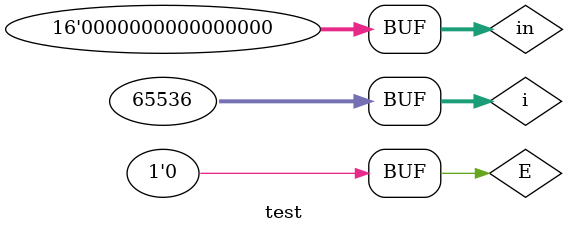
<source format=v>
`timescale 1ns/1ps
module  test();
    //初始化输入输出线
    reg E;
    reg [15:0] in;
    wire [65535:0] Y;

    decoder_16 d16(in, E, Y);
    integer i;
    //开始测试
    initial begin
        in = 0;
        E = 0;
        for (i = 0; i < 65536; i = i + 1) begin          
            #1;
            in = in + 1;
        end
    end

endmodule
</source>
